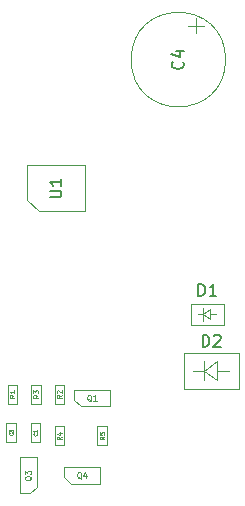
<source format=gbr>
%TF.GenerationSoftware,KiCad,Pcbnew,4.0.7*%
%TF.CreationDate,2017-11-16T17:09:38+08:00*%
%TF.ProjectId,nixie_tube,6E697869655F747562652E6B69636164,rev?*%
%TF.FileFunction,Other,Fab,Top*%
%FSLAX46Y46*%
G04 Gerber Fmt 4.6, Leading zero omitted, Abs format (unit mm)*
G04 Created by KiCad (PCBNEW 4.0.7) date 11/16/17 17:09:38*
%MOMM*%
%LPD*%
G01*
G04 APERTURE LIST*
%ADD10C,0.100000*%
%ADD11C,0.150000*%
%ADD12C,0.075000*%
G04 APERTURE END LIST*
D10*
X19260000Y-12345000D02*
G75*
G03X19260000Y-12345000I-4000000J0D01*
G01*
X16740000Y-8865000D02*
X16740000Y-10065000D01*
X17390000Y-9465000D02*
X16090000Y-9465000D01*
X2450000Y-24200000D02*
X2450000Y-21300000D01*
X2450000Y-21300000D02*
X7350000Y-21300000D01*
X7350000Y-21300000D02*
X7350000Y-25200000D01*
X7350000Y-25200000D02*
X3450000Y-25200000D01*
X3450000Y-25200000D02*
X2450000Y-24200000D01*
X7000000Y-41700000D02*
X9450000Y-41700000D01*
X6430000Y-41150000D02*
X6430000Y-40300000D01*
X7000000Y-41700000D02*
X6430000Y-41150000D01*
X6430000Y-40300000D02*
X9470000Y-40300000D01*
X9470000Y-41700000D02*
X9470000Y-40300000D01*
X17950000Y-33900000D02*
X18450000Y-33900000D01*
X17950000Y-34300000D02*
X17350000Y-33900000D01*
X17950000Y-33500000D02*
X17950000Y-34300000D01*
X17350000Y-33900000D02*
X17950000Y-33500000D01*
X17350000Y-33900000D02*
X17350000Y-34450000D01*
X17350000Y-33900000D02*
X17350000Y-33350000D01*
X16950000Y-33900000D02*
X17350000Y-33900000D01*
X16300000Y-34800000D02*
X16300000Y-33000000D01*
X19100000Y-34800000D02*
X16300000Y-34800000D01*
X19100000Y-33000000D02*
X19100000Y-34800000D01*
X16300000Y-33000000D02*
X19100000Y-33000000D01*
X20350000Y-40200000D02*
X15750000Y-40200000D01*
X15750000Y-40200000D02*
X15750000Y-37200000D01*
X20350000Y-37200000D02*
X20350000Y-40200000D01*
X20350000Y-37200000D02*
X15750000Y-37200000D01*
X17400560Y-38701020D02*
X16498860Y-38701020D01*
X18551180Y-38701020D02*
X19549400Y-38701020D01*
X17400560Y-37900920D02*
X17400560Y-39501120D01*
X18551180Y-39450320D02*
X18551180Y-37900920D01*
X17400560Y-38701020D02*
X18551180Y-39450320D01*
X17400560Y-38701020D02*
X18551180Y-37900920D01*
X3550000Y-43150000D02*
X3550000Y-44750000D01*
X3550000Y-44750000D02*
X2750000Y-44750000D01*
X2750000Y-44750000D02*
X2750000Y-43150000D01*
X2750000Y-43150000D02*
X3550000Y-43150000D01*
X1500000Y-43100000D02*
X1500000Y-44700000D01*
X1500000Y-44700000D02*
X700000Y-44700000D01*
X700000Y-44700000D02*
X700000Y-43100000D01*
X700000Y-43100000D02*
X1500000Y-43100000D01*
X800000Y-39875000D02*
X1600000Y-39875000D01*
X800000Y-41475000D02*
X800000Y-39875000D01*
X1600000Y-41475000D02*
X800000Y-41475000D01*
X1600000Y-39875000D02*
X1600000Y-41475000D01*
X5600000Y-41475000D02*
X4800000Y-41475000D01*
X5600000Y-39875000D02*
X5600000Y-41475000D01*
X4800000Y-39875000D02*
X5600000Y-39875000D01*
X4800000Y-41475000D02*
X4800000Y-39875000D01*
X2800000Y-39875000D02*
X3600000Y-39875000D01*
X2800000Y-41475000D02*
X2800000Y-39875000D01*
X3600000Y-41475000D02*
X2800000Y-41475000D01*
X3600000Y-39875000D02*
X3600000Y-41475000D01*
X3250000Y-48500000D02*
X3250000Y-46050000D01*
X2700000Y-49070000D02*
X1850000Y-49070000D01*
X3250000Y-48500000D02*
X2700000Y-49070000D01*
X1850000Y-49070000D02*
X1850000Y-46030000D01*
X3250000Y-46030000D02*
X1850000Y-46030000D01*
X5600000Y-45000000D02*
X4800000Y-45000000D01*
X5600000Y-43400000D02*
X5600000Y-45000000D01*
X4800000Y-43400000D02*
X5600000Y-43400000D01*
X4800000Y-45000000D02*
X4800000Y-43400000D01*
X8400000Y-43400000D02*
X9200000Y-43400000D01*
X8400000Y-45000000D02*
X8400000Y-43400000D01*
X9200000Y-45000000D02*
X8400000Y-45000000D01*
X9200000Y-43400000D02*
X9200000Y-45000000D01*
X6150000Y-48250000D02*
X8600000Y-48250000D01*
X5580000Y-47700000D02*
X5580000Y-46850000D01*
X6150000Y-48250000D02*
X5580000Y-47700000D01*
X5580000Y-46850000D02*
X8620000Y-46850000D01*
X8620000Y-48250000D02*
X8620000Y-46850000D01*
D11*
X15617143Y-12511666D02*
X15664762Y-12559285D01*
X15712381Y-12702142D01*
X15712381Y-12797380D01*
X15664762Y-12940238D01*
X15569524Y-13035476D01*
X15474286Y-13083095D01*
X15283810Y-13130714D01*
X15140952Y-13130714D01*
X14950476Y-13083095D01*
X14855238Y-13035476D01*
X14760000Y-12940238D01*
X14712381Y-12797380D01*
X14712381Y-12702142D01*
X14760000Y-12559285D01*
X14807619Y-12511666D01*
X15045714Y-11654523D02*
X15712381Y-11654523D01*
X14664762Y-11892619D02*
X15379048Y-12130714D01*
X15379048Y-11511666D01*
X4352381Y-24011905D02*
X5161905Y-24011905D01*
X5257143Y-23964286D01*
X5304762Y-23916667D01*
X5352381Y-23821429D01*
X5352381Y-23630952D01*
X5304762Y-23535714D01*
X5257143Y-23488095D01*
X5161905Y-23440476D01*
X4352381Y-23440476D01*
X5352381Y-22440476D02*
X5352381Y-23011905D01*
X5352381Y-22726191D02*
X4352381Y-22726191D01*
X4495238Y-22821429D01*
X4590476Y-22916667D01*
X4638095Y-23011905D01*
D12*
X7902381Y-41273810D02*
X7854762Y-41250000D01*
X7807143Y-41202381D01*
X7735714Y-41130952D01*
X7688095Y-41107143D01*
X7640476Y-41107143D01*
X7664286Y-41226190D02*
X7616667Y-41202381D01*
X7569048Y-41154762D01*
X7545238Y-41059524D01*
X7545238Y-40892857D01*
X7569048Y-40797619D01*
X7616667Y-40750000D01*
X7664286Y-40726190D01*
X7759524Y-40726190D01*
X7807143Y-40750000D01*
X7854762Y-40797619D01*
X7878571Y-40892857D01*
X7878571Y-41059524D01*
X7854762Y-41154762D01*
X7807143Y-41202381D01*
X7759524Y-41226190D01*
X7664286Y-41226190D01*
X8354762Y-41226190D02*
X8069048Y-41226190D01*
X8211905Y-41226190D02*
X8211905Y-40726190D01*
X8164286Y-40797619D01*
X8116667Y-40845238D01*
X8069048Y-40869048D01*
D11*
X16961905Y-32352381D02*
X16961905Y-31352381D01*
X17200000Y-31352381D01*
X17342858Y-31400000D01*
X17438096Y-31495238D01*
X17485715Y-31590476D01*
X17533334Y-31780952D01*
X17533334Y-31923810D01*
X17485715Y-32114286D01*
X17438096Y-32209524D01*
X17342858Y-32304762D01*
X17200000Y-32352381D01*
X16961905Y-32352381D01*
X18485715Y-32352381D02*
X17914286Y-32352381D01*
X18200000Y-32352381D02*
X18200000Y-31352381D01*
X18104762Y-31495238D01*
X18009524Y-31590476D01*
X17914286Y-31638095D01*
X17311905Y-36652381D02*
X17311905Y-35652381D01*
X17550000Y-35652381D01*
X17692858Y-35700000D01*
X17788096Y-35795238D01*
X17835715Y-35890476D01*
X17883334Y-36080952D01*
X17883334Y-36223810D01*
X17835715Y-36414286D01*
X17788096Y-36509524D01*
X17692858Y-36604762D01*
X17550000Y-36652381D01*
X17311905Y-36652381D01*
X18264286Y-35747619D02*
X18311905Y-35700000D01*
X18407143Y-35652381D01*
X18645239Y-35652381D01*
X18740477Y-35700000D01*
X18788096Y-35747619D01*
X18835715Y-35842857D01*
X18835715Y-35938095D01*
X18788096Y-36080952D01*
X18216667Y-36652381D01*
X18835715Y-36652381D01*
D12*
X3257143Y-44000000D02*
X3271429Y-44014286D01*
X3285714Y-44057143D01*
X3285714Y-44085714D01*
X3271429Y-44128571D01*
X3242857Y-44157143D01*
X3214286Y-44171428D01*
X3157143Y-44185714D01*
X3114286Y-44185714D01*
X3057143Y-44171428D01*
X3028571Y-44157143D01*
X3000000Y-44128571D01*
X2985714Y-44085714D01*
X2985714Y-44057143D01*
X3000000Y-44014286D01*
X3014286Y-44000000D01*
X3285714Y-43714286D02*
X3285714Y-43885714D01*
X3285714Y-43800000D02*
X2985714Y-43800000D01*
X3028571Y-43828571D01*
X3057143Y-43857143D01*
X3071429Y-43885714D01*
X1207143Y-43950000D02*
X1221429Y-43964286D01*
X1235714Y-44007143D01*
X1235714Y-44035714D01*
X1221429Y-44078571D01*
X1192857Y-44107143D01*
X1164286Y-44121428D01*
X1107143Y-44135714D01*
X1064286Y-44135714D01*
X1007143Y-44121428D01*
X978571Y-44107143D01*
X950000Y-44078571D01*
X935714Y-44035714D01*
X935714Y-44007143D01*
X950000Y-43964286D01*
X964286Y-43950000D01*
X935714Y-43850000D02*
X935714Y-43664286D01*
X1050000Y-43764286D01*
X1050000Y-43721428D01*
X1064286Y-43692857D01*
X1078571Y-43678571D01*
X1107143Y-43664286D01*
X1178571Y-43664286D01*
X1207143Y-43678571D01*
X1221429Y-43692857D01*
X1235714Y-43721428D01*
X1235714Y-43807143D01*
X1221429Y-43835714D01*
X1207143Y-43850000D01*
X1380952Y-40741666D02*
X1190476Y-40875000D01*
X1380952Y-40970238D02*
X980952Y-40970238D01*
X980952Y-40817857D01*
X1000000Y-40779762D01*
X1019048Y-40760714D01*
X1057143Y-40741666D01*
X1114286Y-40741666D01*
X1152381Y-40760714D01*
X1171429Y-40779762D01*
X1190476Y-40817857D01*
X1190476Y-40970238D01*
X1380952Y-40360714D02*
X1380952Y-40589286D01*
X1380952Y-40475000D02*
X980952Y-40475000D01*
X1038095Y-40513095D01*
X1076190Y-40551190D01*
X1095238Y-40589286D01*
X5380952Y-40741666D02*
X5190476Y-40875000D01*
X5380952Y-40970238D02*
X4980952Y-40970238D01*
X4980952Y-40817857D01*
X5000000Y-40779762D01*
X5019048Y-40760714D01*
X5057143Y-40741666D01*
X5114286Y-40741666D01*
X5152381Y-40760714D01*
X5171429Y-40779762D01*
X5190476Y-40817857D01*
X5190476Y-40970238D01*
X5019048Y-40589286D02*
X5000000Y-40570238D01*
X4980952Y-40532143D01*
X4980952Y-40436905D01*
X5000000Y-40398809D01*
X5019048Y-40379762D01*
X5057143Y-40360714D01*
X5095238Y-40360714D01*
X5152381Y-40379762D01*
X5380952Y-40608333D01*
X5380952Y-40360714D01*
X3380952Y-40741666D02*
X3190476Y-40875000D01*
X3380952Y-40970238D02*
X2980952Y-40970238D01*
X2980952Y-40817857D01*
X3000000Y-40779762D01*
X3019048Y-40760714D01*
X3057143Y-40741666D01*
X3114286Y-40741666D01*
X3152381Y-40760714D01*
X3171429Y-40779762D01*
X3190476Y-40817857D01*
X3190476Y-40970238D01*
X2980952Y-40608333D02*
X2980952Y-40360714D01*
X3133333Y-40494047D01*
X3133333Y-40436905D01*
X3152381Y-40398809D01*
X3171429Y-40379762D01*
X3209524Y-40360714D01*
X3304762Y-40360714D01*
X3342857Y-40379762D01*
X3361905Y-40398809D01*
X3380952Y-40436905D01*
X3380952Y-40551190D01*
X3361905Y-40589286D01*
X3342857Y-40608333D01*
X2823810Y-47597619D02*
X2800000Y-47645238D01*
X2752381Y-47692857D01*
X2680952Y-47764286D01*
X2657143Y-47811905D01*
X2657143Y-47859524D01*
X2776190Y-47835714D02*
X2752381Y-47883333D01*
X2704762Y-47930952D01*
X2609524Y-47954762D01*
X2442857Y-47954762D01*
X2347619Y-47930952D01*
X2300000Y-47883333D01*
X2276190Y-47835714D01*
X2276190Y-47740476D01*
X2300000Y-47692857D01*
X2347619Y-47645238D01*
X2442857Y-47621429D01*
X2609524Y-47621429D01*
X2704762Y-47645238D01*
X2752381Y-47692857D01*
X2776190Y-47740476D01*
X2776190Y-47835714D01*
X2276190Y-47454761D02*
X2276190Y-47145238D01*
X2466667Y-47311904D01*
X2466667Y-47240476D01*
X2490476Y-47192857D01*
X2514286Y-47169047D01*
X2561905Y-47145238D01*
X2680952Y-47145238D01*
X2728571Y-47169047D01*
X2752381Y-47192857D01*
X2776190Y-47240476D01*
X2776190Y-47383333D01*
X2752381Y-47430952D01*
X2728571Y-47454761D01*
X5380952Y-44266666D02*
X5190476Y-44400000D01*
X5380952Y-44495238D02*
X4980952Y-44495238D01*
X4980952Y-44342857D01*
X5000000Y-44304762D01*
X5019048Y-44285714D01*
X5057143Y-44266666D01*
X5114286Y-44266666D01*
X5152381Y-44285714D01*
X5171429Y-44304762D01*
X5190476Y-44342857D01*
X5190476Y-44495238D01*
X5114286Y-43923809D02*
X5380952Y-43923809D01*
X4961905Y-44019047D02*
X5247619Y-44114286D01*
X5247619Y-43866666D01*
X8980952Y-44266666D02*
X8790476Y-44400000D01*
X8980952Y-44495238D02*
X8580952Y-44495238D01*
X8580952Y-44342857D01*
X8600000Y-44304762D01*
X8619048Y-44285714D01*
X8657143Y-44266666D01*
X8714286Y-44266666D01*
X8752381Y-44285714D01*
X8771429Y-44304762D01*
X8790476Y-44342857D01*
X8790476Y-44495238D01*
X8580952Y-43904762D02*
X8580952Y-44095238D01*
X8771429Y-44114286D01*
X8752381Y-44095238D01*
X8733333Y-44057143D01*
X8733333Y-43961905D01*
X8752381Y-43923809D01*
X8771429Y-43904762D01*
X8809524Y-43885714D01*
X8904762Y-43885714D01*
X8942857Y-43904762D01*
X8961905Y-43923809D01*
X8980952Y-43961905D01*
X8980952Y-44057143D01*
X8961905Y-44095238D01*
X8942857Y-44114286D01*
X7052381Y-47823810D02*
X7004762Y-47800000D01*
X6957143Y-47752381D01*
X6885714Y-47680952D01*
X6838095Y-47657143D01*
X6790476Y-47657143D01*
X6814286Y-47776190D02*
X6766667Y-47752381D01*
X6719048Y-47704762D01*
X6695238Y-47609524D01*
X6695238Y-47442857D01*
X6719048Y-47347619D01*
X6766667Y-47300000D01*
X6814286Y-47276190D01*
X6909524Y-47276190D01*
X6957143Y-47300000D01*
X7004762Y-47347619D01*
X7028571Y-47442857D01*
X7028571Y-47609524D01*
X7004762Y-47704762D01*
X6957143Y-47752381D01*
X6909524Y-47776190D01*
X6814286Y-47776190D01*
X7457143Y-47442857D02*
X7457143Y-47776190D01*
X7338096Y-47252381D02*
X7219048Y-47609524D01*
X7528572Y-47609524D01*
M02*

</source>
